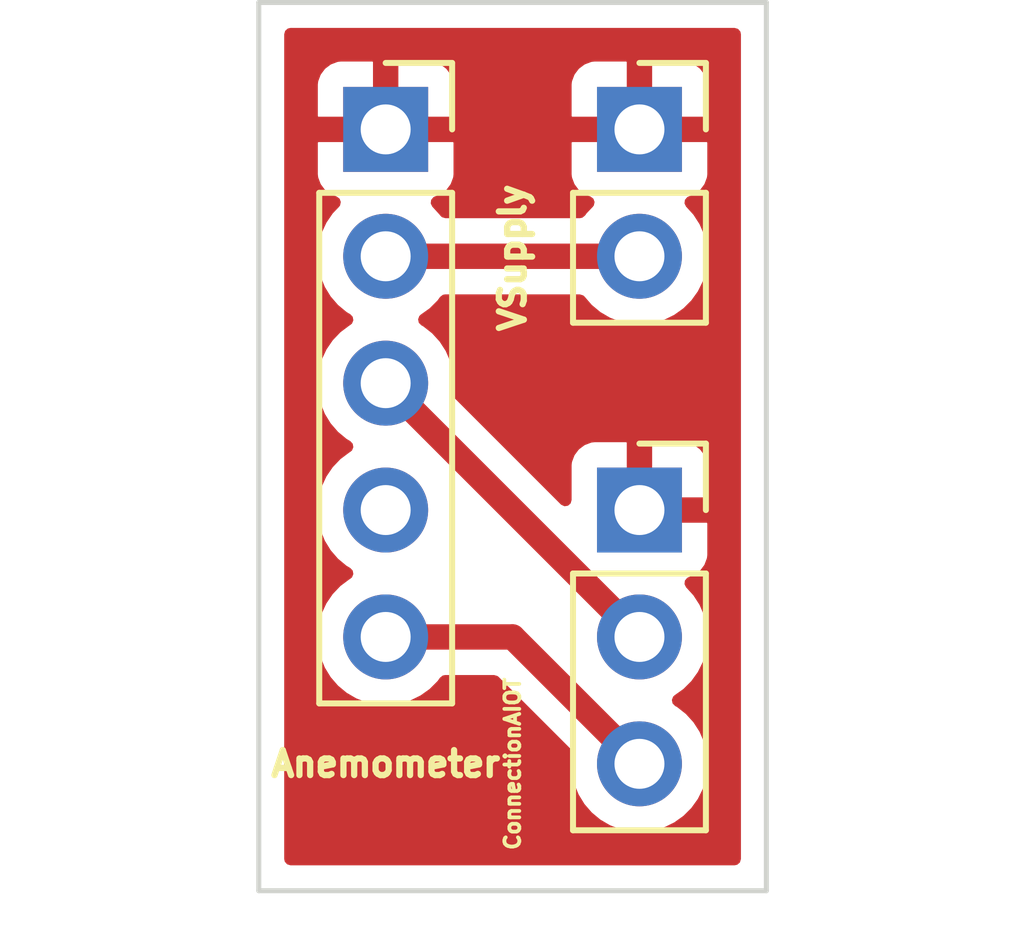
<source format=kicad_pcb>
(kicad_pcb (version 20211014) (generator pcbnew)
  (layers (0 "F.Cu" signal) (31 "B.Cu" signal) (34 "B.Paste" user) (35 "F.Paste" user) (36 "B.SilkS" user "B.Silkscreen") (37 "F.SilkS" user "F.Silkscreen") (38 "B.Mask" user) (39 "F.Mask" user) (44 "Edge.Cuts" user))
  (net 0 "")
  (net 1 "/12V")
  (net 2 "/GND")
  (net 3 "/SHDN")
  (net 4 "/OUT")
  (footprint "Connector_PinSocket_2.54mm:PinSocket_1x03_P2.54mm_Vertical" (layer "F.Cu") (at 142.24 93.98)
    (fp_text reference "ConnectionAIOT" (at -2.54 5.08 90) (layer "F.SilkS") (effects (font (size 0.3 0.3) (thickness 0.075))))
    (fp_text value "Conn_01x03_Female")
    (fp_line (start 1.33 1.27) (end 1.33 6.41) (layer "F.SilkS") (width 0.12))
    (fp_line (start 1.33 -1.33) (end 1.33 0) (layer "F.SilkS") (width 0.12))
    (fp_line (start -1.33 1.27) (end 1.33 1.27) (layer "F.SilkS") (width 0.12))
    (fp_line (start -1.33 6.41) (end 1.33 6.41) (layer "F.SilkS") (width 0.12))
    (fp_line (start -1.33 1.27) (end -1.33 6.41) (layer "F.SilkS") (width 0.12))
    (fp_line (start 0 -1.33) (end 1.33 -1.33) (layer "F.SilkS") (width 0.12))
    (pad "1" thru_hole rect (at 0 0) (size 1.7 1.7) (drill 1) (layers *.Cu *.Mask) (net 2 "/GND"))
    (pad "2" thru_hole oval (at 0 2.54) (size 1.7 1.7) (drill 1) (layers *.Cu *.Mask) (net 4 "/OUT"))
    (pad "3" thru_hole oval (at 0 5.08) (size 1.7 1.7) (drill 1) (layers *.Cu *.Mask) (net 3 "/SHDN"))
  )
  (footprint "Connector_PinSocket_2.54mm:PinSocket_1x05_P2.54mm_Vertical" (layer "F.Cu") (at 137.16 86.36)
    (fp_text reference "Anemometer" (at 0 12.7 180) (layer "F.SilkS") (effects (font (size 0.5 0.5) (thickness 0.125))))
    (fp_text value "Conn_01x05_Female")
    (fp_line (start -1.33 1.27) (end 1.33 1.27) (layer "F.SilkS") (width 0.12))
    (fp_line (start -1.33 1.27) (end -1.33 11.49) (layer "F.SilkS") (width 0.12))
    (fp_line (start 0 -1.33) (end 1.33 -1.33) (layer "F.SilkS") (width 0.12))
    (fp_line (start -1.33 11.49) (end 1.33 11.49) (layer "F.SilkS") (width 0.12))
    (fp_line (start 1.33 1.27) (end 1.33 11.49) (layer "F.SilkS") (width 0.12))
    (fp_line (start 1.33 -1.33) (end 1.33 0) (layer "F.SilkS") (width 0.12))
    (pad "1" thru_hole rect (at 0 0) (size 1.7 1.7) (drill 1) (layers *.Cu *.Mask) (net 2 "/GND"))
    (pad "2" thru_hole oval (at 0 2.54) (size 1.7 1.7) (drill 1) (layers *.Cu *.Mask) (net 1 "/12V"))
    (pad "3" thru_hole oval (at 0 5.08) (size 1.7 1.7) (drill 1) (layers *.Cu *.Mask) (net 4 "/OUT"))
    (pad "4" thru_hole oval (at 0 7.62) (size 1.7 1.7) (drill 1) (layers *.Cu *.Mask))
    (pad "5" thru_hole oval (at 0 10.16) (size 1.7 1.7) (drill 1) (layers *.Cu *.Mask) (net 3 "/SHDN"))
  )
  (footprint "Connector_PinSocket_2.54mm:PinSocket_1x02_P2.54mm_Vertical" (layer "F.Cu") (at 142.24 86.36)
    (fp_text reference "VSupply" (at -2.54 2.57 90) (layer "F.SilkS") (effects (font (size 0.5 0.5) (thickness 0.125))))
    (fp_text value "Conn_01x02_Female")
    (fp_line (start -1.33 1.27) (end -1.33 3.87) (layer "F.SilkS") (width 0.12))
    (fp_line (start 1.33 1.27) (end 1.33 3.87) (layer "F.SilkS") (width 0.12))
    (fp_line (start -1.33 3.87) (end 1.33 3.87) (layer "F.SilkS") (width 0.12))
    (fp_line (start 0 -1.33) (end 1.33 -1.33) (layer "F.SilkS") (width 0.12))
    (fp_line (start 1.33 -1.33) (end 1.33 0) (layer "F.SilkS") (width 0.12))
    (fp_line (start -1.33 1.27) (end 1.33 1.27) (layer "F.SilkS") (width 0.12))
    (pad "1" thru_hole rect (at 0 0) (size 1.7 1.7) (drill 1) (layers *.Cu *.Mask) (net 2 "/GND"))
    (pad "2" thru_hole oval (at 0 2.54) (size 1.7 1.7) (drill 1) (layers *.Cu *.Mask) (net 1 "/12V"))
  )
  (gr_line (start 134.62 83.82) (end 144.78 83.82) (layer "Edge.Cuts") (width 0.1))
  (gr_line (start 144.78 83.82) (end 144.78 101.6) (layer "Edge.Cuts") (width 0.1))
  (gr_line (start 134.62 101.6) (end 134.62 83.82) (layer "Edge.Cuts") (width 0.1))
  (gr_line (start 144.78 101.6) (end 134.62 101.6) (layer "Edge.Cuts") (width 0.1))
  (segment (start 137.16 88.9) (end 142.24 88.9) (width 0.508) (layer "F.Cu") (net 1))
  (segment (start 139.7 96.52) (end 142.24 99.06) (width 0.508) (layer "F.Cu") (net 3))
  (segment (start 137.16 96.52) (end 139.7 96.52) (width 0.508) (layer "F.Cu") (net 3))
  (segment (start 137.16 91.44) (end 142.24 96.52) (width 0.508) (layer "F.Cu") (net 4))
  (zone (net 2) (net_name "/GND") (layer "F.Cu") (connect_pads (clearance 0.508)) (min_thickness 0.254) (fill yes (thermal_gap 0.508) (thermal_bridge_width 0.508))
    (polygon (pts (xy 144.78 101.6) (xy 134.62 101.6) (xy 134.62 83.82) (xy 144.78 83.82)))
  )
)
</source>
